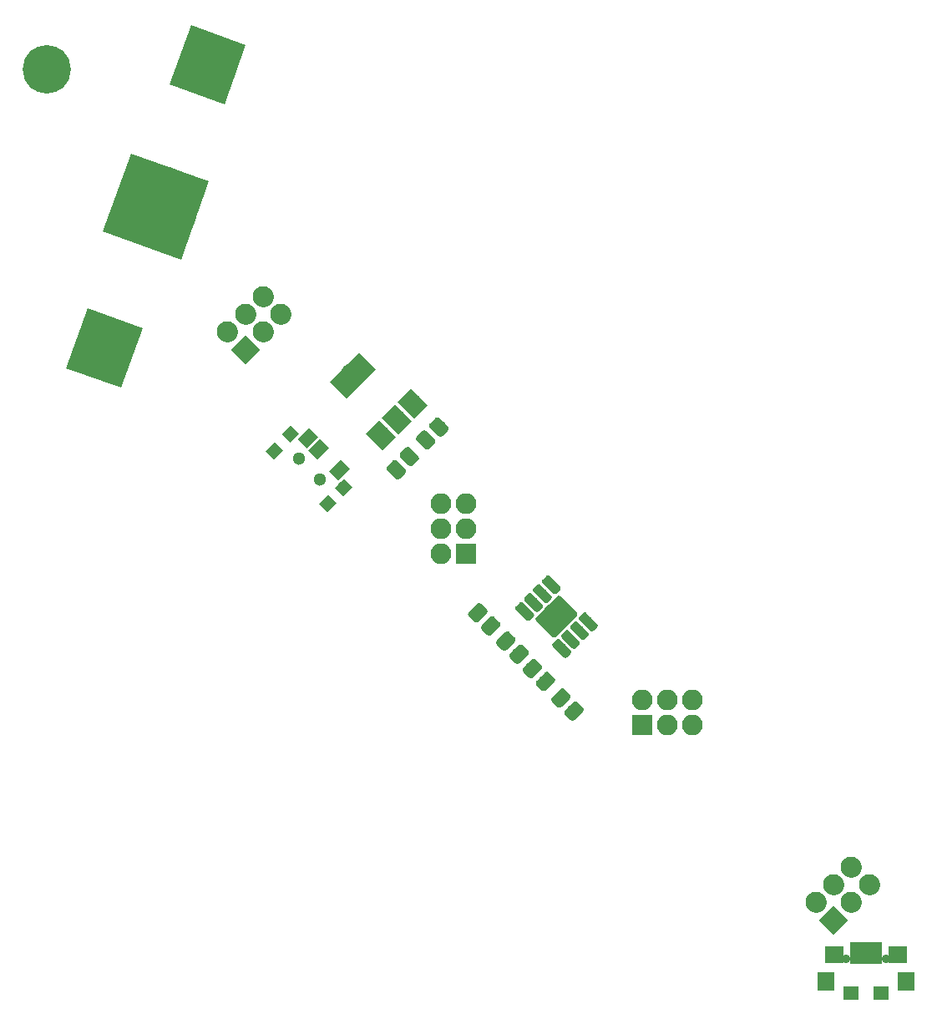
<source format=gbr>
G04 #@! TF.GenerationSoftware,KiCad,Pcbnew,5.1.2*
G04 #@! TF.CreationDate,2019-07-14T12:04:39-05:00*
G04 #@! TF.ProjectId,Wrench,5772656e-6368-42e6-9b69-6361645f7063,rev?*
G04 #@! TF.SameCoordinates,Original*
G04 #@! TF.FileFunction,Soldermask,Bot*
G04 #@! TF.FilePolarity,Negative*
%FSLAX46Y46*%
G04 Gerber Fmt 4.6, Leading zero omitted, Abs format (unit mm)*
G04 Created by KiCad (PCBNEW 5.1.2) date 2019-07-14 12:04:39*
%MOMM*%
%LPD*%
G04 APERTURE LIST*
%ADD10C,4.900000*%
%ADD11C,5.900000*%
%ADD12C,0.100000*%
%ADD13C,8.400000*%
%ADD14C,1.375000*%
%ADD15C,2.100000*%
%ADD16C,2.100000*%
%ADD17R,2.100000X2.100000*%
%ADD18O,2.100000X2.100000*%
%ADD19R,1.500000X1.400000*%
%ADD20R,1.750000X1.900000*%
%ADD21C,0.900000*%
%ADD22R,0.800000X2.200000*%
%ADD23R,1.900000X1.800000*%
%ADD24C,1.200000*%
%ADD25C,1.300000*%
%ADD26C,2.810000*%
%ADD27C,1.000000*%
%ADD28C,2.400000*%
%ADD29C,1.900000*%
G04 APERTURE END LIST*
D10*
X96320000Y-50680000D03*
D11*
X102200000Y-78920000D03*
D12*
G36*
X103877629Y-82935976D02*
G01*
X98333442Y-80918057D01*
X100522371Y-74904024D01*
X106066558Y-76921943D01*
X103877629Y-82935976D01*
X103877629Y-82935976D01*
G37*
D11*
X112665816Y-50165406D03*
D12*
G36*
X114343445Y-54181382D02*
G01*
X108799258Y-52163463D01*
X110988187Y-46149430D01*
X116532374Y-48167349D01*
X114343445Y-54181382D01*
X114343445Y-54181382D01*
G37*
D13*
X107432908Y-64542703D03*
D12*
G36*
X109943132Y-69925897D02*
G01*
X102049714Y-67052927D01*
X104922684Y-59159509D01*
X112816102Y-62032479D01*
X109943132Y-69925897D01*
X109943132Y-69925897D01*
G37*
G36*
X147083953Y-111721509D02*
G01*
X147117322Y-111726459D01*
X147150045Y-111734656D01*
X147181807Y-111746020D01*
X147212303Y-111760444D01*
X147241237Y-111777786D01*
X147268333Y-111797882D01*
X147293328Y-111820536D01*
X147779464Y-112306672D01*
X147802118Y-112331667D01*
X147822214Y-112358763D01*
X147839556Y-112387697D01*
X147853980Y-112418193D01*
X147865344Y-112449955D01*
X147873541Y-112482678D01*
X147878491Y-112516047D01*
X147880146Y-112549740D01*
X147878491Y-112583433D01*
X147873541Y-112616802D01*
X147865344Y-112649525D01*
X147853980Y-112681287D01*
X147839556Y-112711783D01*
X147822214Y-112740717D01*
X147802118Y-112767813D01*
X147779464Y-112792808D01*
X146992808Y-113579464D01*
X146967813Y-113602118D01*
X146940717Y-113622214D01*
X146911783Y-113639556D01*
X146881287Y-113653980D01*
X146849525Y-113665344D01*
X146816802Y-113673541D01*
X146783433Y-113678491D01*
X146749740Y-113680146D01*
X146716047Y-113678491D01*
X146682678Y-113673541D01*
X146649955Y-113665344D01*
X146618193Y-113653980D01*
X146587697Y-113639556D01*
X146558763Y-113622214D01*
X146531667Y-113602118D01*
X146506672Y-113579464D01*
X146020536Y-113093328D01*
X145997882Y-113068333D01*
X145977786Y-113041237D01*
X145960444Y-113012303D01*
X145946020Y-112981807D01*
X145934656Y-112950045D01*
X145926459Y-112917322D01*
X145921509Y-112883953D01*
X145919854Y-112850260D01*
X145921509Y-112816567D01*
X145926459Y-112783198D01*
X145934656Y-112750475D01*
X145946020Y-112718713D01*
X145960444Y-112688217D01*
X145977786Y-112659283D01*
X145997882Y-112632187D01*
X146020536Y-112607192D01*
X146807192Y-111820536D01*
X146832187Y-111797882D01*
X146859283Y-111777786D01*
X146888217Y-111760444D01*
X146918713Y-111746020D01*
X146950475Y-111734656D01*
X146983198Y-111726459D01*
X147016567Y-111721509D01*
X147050260Y-111719854D01*
X147083953Y-111721509D01*
X147083953Y-111721509D01*
G37*
D14*
X146900000Y-112700000D03*
D12*
G36*
X145758127Y-110395683D02*
G01*
X145791496Y-110400633D01*
X145824219Y-110408830D01*
X145855981Y-110420194D01*
X145886477Y-110434618D01*
X145915411Y-110451960D01*
X145942507Y-110472056D01*
X145967502Y-110494710D01*
X146453638Y-110980846D01*
X146476292Y-111005841D01*
X146496388Y-111032937D01*
X146513730Y-111061871D01*
X146528154Y-111092367D01*
X146539518Y-111124129D01*
X146547715Y-111156852D01*
X146552665Y-111190221D01*
X146554320Y-111223914D01*
X146552665Y-111257607D01*
X146547715Y-111290976D01*
X146539518Y-111323699D01*
X146528154Y-111355461D01*
X146513730Y-111385957D01*
X146496388Y-111414891D01*
X146476292Y-111441987D01*
X146453638Y-111466982D01*
X145666982Y-112253638D01*
X145641987Y-112276292D01*
X145614891Y-112296388D01*
X145585957Y-112313730D01*
X145555461Y-112328154D01*
X145523699Y-112339518D01*
X145490976Y-112347715D01*
X145457607Y-112352665D01*
X145423914Y-112354320D01*
X145390221Y-112352665D01*
X145356852Y-112347715D01*
X145324129Y-112339518D01*
X145292367Y-112328154D01*
X145261871Y-112313730D01*
X145232937Y-112296388D01*
X145205841Y-112276292D01*
X145180846Y-112253638D01*
X144694710Y-111767502D01*
X144672056Y-111742507D01*
X144651960Y-111715411D01*
X144634618Y-111686477D01*
X144620194Y-111655981D01*
X144608830Y-111624219D01*
X144600633Y-111591496D01*
X144595683Y-111558127D01*
X144594028Y-111524434D01*
X144595683Y-111490741D01*
X144600633Y-111457372D01*
X144608830Y-111424649D01*
X144620194Y-111392887D01*
X144634618Y-111362391D01*
X144651960Y-111333457D01*
X144672056Y-111306361D01*
X144694710Y-111281366D01*
X145481366Y-110494710D01*
X145506361Y-110472056D01*
X145533457Y-110451960D01*
X145562391Y-110434618D01*
X145592887Y-110420194D01*
X145624649Y-110408830D01*
X145657372Y-110400633D01*
X145690741Y-110395683D01*
X145724434Y-110394028D01*
X145758127Y-110395683D01*
X145758127Y-110395683D01*
G37*
D14*
X145574174Y-111374174D03*
D12*
G36*
X131657607Y-90247335D02*
G01*
X131690976Y-90252285D01*
X131723699Y-90260482D01*
X131755461Y-90271846D01*
X131785957Y-90286270D01*
X131814891Y-90303612D01*
X131841987Y-90323708D01*
X131866982Y-90346362D01*
X132653638Y-91133018D01*
X132676292Y-91158013D01*
X132696388Y-91185109D01*
X132713730Y-91214043D01*
X132728154Y-91244539D01*
X132739518Y-91276301D01*
X132747715Y-91309024D01*
X132752665Y-91342393D01*
X132754320Y-91376086D01*
X132752665Y-91409779D01*
X132747715Y-91443148D01*
X132739518Y-91475871D01*
X132728154Y-91507633D01*
X132713730Y-91538129D01*
X132696388Y-91567063D01*
X132676292Y-91594159D01*
X132653638Y-91619154D01*
X132167502Y-92105290D01*
X132142507Y-92127944D01*
X132115411Y-92148040D01*
X132086477Y-92165382D01*
X132055981Y-92179806D01*
X132024219Y-92191170D01*
X131991496Y-92199367D01*
X131958127Y-92204317D01*
X131924434Y-92205972D01*
X131890741Y-92204317D01*
X131857372Y-92199367D01*
X131824649Y-92191170D01*
X131792887Y-92179806D01*
X131762391Y-92165382D01*
X131733457Y-92148040D01*
X131706361Y-92127944D01*
X131681366Y-92105290D01*
X130894710Y-91318634D01*
X130872056Y-91293639D01*
X130851960Y-91266543D01*
X130834618Y-91237609D01*
X130820194Y-91207113D01*
X130808830Y-91175351D01*
X130800633Y-91142628D01*
X130795683Y-91109259D01*
X130794028Y-91075566D01*
X130795683Y-91041873D01*
X130800633Y-91008504D01*
X130808830Y-90975781D01*
X130820194Y-90944019D01*
X130834618Y-90913523D01*
X130851960Y-90884589D01*
X130872056Y-90857493D01*
X130894710Y-90832498D01*
X131380846Y-90346362D01*
X131405841Y-90323708D01*
X131432937Y-90303612D01*
X131461871Y-90286270D01*
X131492367Y-90271846D01*
X131524129Y-90260482D01*
X131556852Y-90252285D01*
X131590221Y-90247335D01*
X131623914Y-90245680D01*
X131657607Y-90247335D01*
X131657607Y-90247335D01*
G37*
D14*
X131774174Y-91225826D03*
D12*
G36*
X132983433Y-88921509D02*
G01*
X133016802Y-88926459D01*
X133049525Y-88934656D01*
X133081287Y-88946020D01*
X133111783Y-88960444D01*
X133140717Y-88977786D01*
X133167813Y-88997882D01*
X133192808Y-89020536D01*
X133979464Y-89807192D01*
X134002118Y-89832187D01*
X134022214Y-89859283D01*
X134039556Y-89888217D01*
X134053980Y-89918713D01*
X134065344Y-89950475D01*
X134073541Y-89983198D01*
X134078491Y-90016567D01*
X134080146Y-90050260D01*
X134078491Y-90083953D01*
X134073541Y-90117322D01*
X134065344Y-90150045D01*
X134053980Y-90181807D01*
X134039556Y-90212303D01*
X134022214Y-90241237D01*
X134002118Y-90268333D01*
X133979464Y-90293328D01*
X133493328Y-90779464D01*
X133468333Y-90802118D01*
X133441237Y-90822214D01*
X133412303Y-90839556D01*
X133381807Y-90853980D01*
X133350045Y-90865344D01*
X133317322Y-90873541D01*
X133283953Y-90878491D01*
X133250260Y-90880146D01*
X133216567Y-90878491D01*
X133183198Y-90873541D01*
X133150475Y-90865344D01*
X133118713Y-90853980D01*
X133088217Y-90839556D01*
X133059283Y-90822214D01*
X133032187Y-90802118D01*
X133007192Y-90779464D01*
X132220536Y-89992808D01*
X132197882Y-89967813D01*
X132177786Y-89940717D01*
X132160444Y-89911783D01*
X132146020Y-89881287D01*
X132134656Y-89849525D01*
X132126459Y-89816802D01*
X132121509Y-89783433D01*
X132119854Y-89749740D01*
X132121509Y-89716047D01*
X132126459Y-89682678D01*
X132134656Y-89649955D01*
X132146020Y-89618193D01*
X132160444Y-89587697D01*
X132177786Y-89558763D01*
X132197882Y-89531667D01*
X132220536Y-89506672D01*
X132706672Y-89020536D01*
X132731667Y-88997882D01*
X132758763Y-88977786D01*
X132787697Y-88960444D01*
X132818193Y-88946020D01*
X132849955Y-88934656D01*
X132882678Y-88926459D01*
X132916047Y-88921509D01*
X132949740Y-88919854D01*
X132983433Y-88921509D01*
X132983433Y-88921509D01*
G37*
D14*
X133100000Y-89900000D03*
D12*
G36*
X140221040Y-104758596D02*
G01*
X140254409Y-104763546D01*
X140287132Y-104771743D01*
X140318894Y-104783107D01*
X140349390Y-104797531D01*
X140378324Y-104814873D01*
X140405420Y-104834969D01*
X140430415Y-104857623D01*
X140916551Y-105343759D01*
X140939205Y-105368754D01*
X140959301Y-105395850D01*
X140976643Y-105424784D01*
X140991067Y-105455280D01*
X141002431Y-105487042D01*
X141010628Y-105519765D01*
X141015578Y-105553134D01*
X141017233Y-105586827D01*
X141015578Y-105620520D01*
X141010628Y-105653889D01*
X141002431Y-105686612D01*
X140991067Y-105718374D01*
X140976643Y-105748870D01*
X140959301Y-105777804D01*
X140939205Y-105804900D01*
X140916551Y-105829895D01*
X140129895Y-106616551D01*
X140104900Y-106639205D01*
X140077804Y-106659301D01*
X140048870Y-106676643D01*
X140018374Y-106691067D01*
X139986612Y-106702431D01*
X139953889Y-106710628D01*
X139920520Y-106715578D01*
X139886827Y-106717233D01*
X139853134Y-106715578D01*
X139819765Y-106710628D01*
X139787042Y-106702431D01*
X139755280Y-106691067D01*
X139724784Y-106676643D01*
X139695850Y-106659301D01*
X139668754Y-106639205D01*
X139643759Y-106616551D01*
X139157623Y-106130415D01*
X139134969Y-106105420D01*
X139114873Y-106078324D01*
X139097531Y-106049390D01*
X139083107Y-106018894D01*
X139071743Y-105987132D01*
X139063546Y-105954409D01*
X139058596Y-105921040D01*
X139056941Y-105887347D01*
X139058596Y-105853654D01*
X139063546Y-105820285D01*
X139071743Y-105787562D01*
X139083107Y-105755800D01*
X139097531Y-105725304D01*
X139114873Y-105696370D01*
X139134969Y-105669274D01*
X139157623Y-105644279D01*
X139944279Y-104857623D01*
X139969274Y-104834969D01*
X139996370Y-104814873D01*
X140025304Y-104797531D01*
X140055800Y-104783107D01*
X140087562Y-104771743D01*
X140120285Y-104763546D01*
X140153654Y-104758596D01*
X140187347Y-104756941D01*
X140221040Y-104758596D01*
X140221040Y-104758596D01*
G37*
D14*
X140037087Y-105737087D03*
D12*
G36*
X141546866Y-106084422D02*
G01*
X141580235Y-106089372D01*
X141612958Y-106097569D01*
X141644720Y-106108933D01*
X141675216Y-106123357D01*
X141704150Y-106140699D01*
X141731246Y-106160795D01*
X141756241Y-106183449D01*
X142242377Y-106669585D01*
X142265031Y-106694580D01*
X142285127Y-106721676D01*
X142302469Y-106750610D01*
X142316893Y-106781106D01*
X142328257Y-106812868D01*
X142336454Y-106845591D01*
X142341404Y-106878960D01*
X142343059Y-106912653D01*
X142341404Y-106946346D01*
X142336454Y-106979715D01*
X142328257Y-107012438D01*
X142316893Y-107044200D01*
X142302469Y-107074696D01*
X142285127Y-107103630D01*
X142265031Y-107130726D01*
X142242377Y-107155721D01*
X141455721Y-107942377D01*
X141430726Y-107965031D01*
X141403630Y-107985127D01*
X141374696Y-108002469D01*
X141344200Y-108016893D01*
X141312438Y-108028257D01*
X141279715Y-108036454D01*
X141246346Y-108041404D01*
X141212653Y-108043059D01*
X141178960Y-108041404D01*
X141145591Y-108036454D01*
X141112868Y-108028257D01*
X141081106Y-108016893D01*
X141050610Y-108002469D01*
X141021676Y-107985127D01*
X140994580Y-107965031D01*
X140969585Y-107942377D01*
X140483449Y-107456241D01*
X140460795Y-107431246D01*
X140440699Y-107404150D01*
X140423357Y-107375216D01*
X140408933Y-107344720D01*
X140397569Y-107312958D01*
X140389372Y-107280235D01*
X140384422Y-107246866D01*
X140382767Y-107213173D01*
X140384422Y-107179480D01*
X140389372Y-107146111D01*
X140397569Y-107113388D01*
X140408933Y-107081626D01*
X140423357Y-107051130D01*
X140440699Y-107022196D01*
X140460795Y-106995100D01*
X140483449Y-106970105D01*
X141270105Y-106183449D01*
X141295100Y-106160795D01*
X141322196Y-106140699D01*
X141351130Y-106123357D01*
X141381626Y-106108933D01*
X141413388Y-106097569D01*
X141446111Y-106089372D01*
X141479480Y-106084422D01*
X141513173Y-106082767D01*
X141546866Y-106084422D01*
X141546866Y-106084422D01*
G37*
D14*
X141362913Y-107062913D03*
D12*
G36*
X135983433Y-85921509D02*
G01*
X136016802Y-85926459D01*
X136049525Y-85934656D01*
X136081287Y-85946020D01*
X136111783Y-85960444D01*
X136140717Y-85977786D01*
X136167813Y-85997882D01*
X136192808Y-86020536D01*
X136979464Y-86807192D01*
X137002118Y-86832187D01*
X137022214Y-86859283D01*
X137039556Y-86888217D01*
X137053980Y-86918713D01*
X137065344Y-86950475D01*
X137073541Y-86983198D01*
X137078491Y-87016567D01*
X137080146Y-87050260D01*
X137078491Y-87083953D01*
X137073541Y-87117322D01*
X137065344Y-87150045D01*
X137053980Y-87181807D01*
X137039556Y-87212303D01*
X137022214Y-87241237D01*
X137002118Y-87268333D01*
X136979464Y-87293328D01*
X136493328Y-87779464D01*
X136468333Y-87802118D01*
X136441237Y-87822214D01*
X136412303Y-87839556D01*
X136381807Y-87853980D01*
X136350045Y-87865344D01*
X136317322Y-87873541D01*
X136283953Y-87878491D01*
X136250260Y-87880146D01*
X136216567Y-87878491D01*
X136183198Y-87873541D01*
X136150475Y-87865344D01*
X136118713Y-87853980D01*
X136088217Y-87839556D01*
X136059283Y-87822214D01*
X136032187Y-87802118D01*
X136007192Y-87779464D01*
X135220536Y-86992808D01*
X135197882Y-86967813D01*
X135177786Y-86940717D01*
X135160444Y-86911783D01*
X135146020Y-86881287D01*
X135134656Y-86849525D01*
X135126459Y-86816802D01*
X135121509Y-86783433D01*
X135119854Y-86749740D01*
X135121509Y-86716047D01*
X135126459Y-86682678D01*
X135134656Y-86649955D01*
X135146020Y-86618193D01*
X135160444Y-86587697D01*
X135177786Y-86558763D01*
X135197882Y-86531667D01*
X135220536Y-86506672D01*
X135706672Y-86020536D01*
X135731667Y-85997882D01*
X135758763Y-85977786D01*
X135787697Y-85960444D01*
X135818193Y-85946020D01*
X135849955Y-85934656D01*
X135882678Y-85926459D01*
X135916047Y-85921509D01*
X135949740Y-85919854D01*
X135983433Y-85921509D01*
X135983433Y-85921509D01*
G37*
D14*
X136100000Y-86900000D03*
D12*
G36*
X134657607Y-87247335D02*
G01*
X134690976Y-87252285D01*
X134723699Y-87260482D01*
X134755461Y-87271846D01*
X134785957Y-87286270D01*
X134814891Y-87303612D01*
X134841987Y-87323708D01*
X134866982Y-87346362D01*
X135653638Y-88133018D01*
X135676292Y-88158013D01*
X135696388Y-88185109D01*
X135713730Y-88214043D01*
X135728154Y-88244539D01*
X135739518Y-88276301D01*
X135747715Y-88309024D01*
X135752665Y-88342393D01*
X135754320Y-88376086D01*
X135752665Y-88409779D01*
X135747715Y-88443148D01*
X135739518Y-88475871D01*
X135728154Y-88507633D01*
X135713730Y-88538129D01*
X135696388Y-88567063D01*
X135676292Y-88594159D01*
X135653638Y-88619154D01*
X135167502Y-89105290D01*
X135142507Y-89127944D01*
X135115411Y-89148040D01*
X135086477Y-89165382D01*
X135055981Y-89179806D01*
X135024219Y-89191170D01*
X134991496Y-89199367D01*
X134958127Y-89204317D01*
X134924434Y-89205972D01*
X134890741Y-89204317D01*
X134857372Y-89199367D01*
X134824649Y-89191170D01*
X134792887Y-89179806D01*
X134762391Y-89165382D01*
X134733457Y-89148040D01*
X134706361Y-89127944D01*
X134681366Y-89105290D01*
X133894710Y-88318634D01*
X133872056Y-88293639D01*
X133851960Y-88266543D01*
X133834618Y-88237609D01*
X133820194Y-88207113D01*
X133808830Y-88175351D01*
X133800633Y-88142628D01*
X133795683Y-88109259D01*
X133794028Y-88075566D01*
X133795683Y-88041873D01*
X133800633Y-88008504D01*
X133808830Y-87975781D01*
X133820194Y-87944019D01*
X133834618Y-87913523D01*
X133851960Y-87884589D01*
X133872056Y-87857493D01*
X133894710Y-87832498D01*
X134380846Y-87346362D01*
X134405841Y-87323708D01*
X134432937Y-87303612D01*
X134461871Y-87286270D01*
X134492367Y-87271846D01*
X134524129Y-87260482D01*
X134556852Y-87252285D01*
X134590221Y-87247335D01*
X134623914Y-87245680D01*
X134657607Y-87247335D01*
X134657607Y-87247335D01*
G37*
D14*
X134774174Y-88225826D03*
D15*
X177920000Y-131507897D03*
D16*
X177920000Y-131507897D02*
X177920000Y-131507897D01*
D15*
X179716051Y-133303949D03*
D16*
X179716051Y-133303949D02*
X179716051Y-133303949D01*
D15*
X176123949Y-133303949D03*
D16*
X176123949Y-133303949D02*
X176123949Y-133303949D01*
D15*
X177920000Y-135100000D03*
D16*
X177920000Y-135100000D02*
X177920000Y-135100000D01*
D15*
X174327898Y-135100000D03*
D16*
X174327898Y-135100000D02*
X174327898Y-135100000D01*
D15*
X176123949Y-136896051D03*
D12*
G36*
X177608873Y-136896051D02*
G01*
X176123949Y-138380975D01*
X174639025Y-136896051D01*
X176123949Y-135411127D01*
X177608873Y-136896051D01*
X177608873Y-136896051D01*
G37*
D17*
X138890000Y-99726051D03*
D18*
X136350000Y-99726051D03*
X138890000Y-97186051D03*
X136350000Y-97186051D03*
X138890000Y-94646051D03*
X136350000Y-94646051D03*
D15*
X116470000Y-79062102D03*
D12*
G36*
X117954924Y-79062102D02*
G01*
X116470000Y-80547026D01*
X114985076Y-79062102D01*
X116470000Y-77577178D01*
X117954924Y-79062102D01*
X117954924Y-79062102D01*
G37*
D15*
X114673949Y-77266051D03*
D16*
X114673949Y-77266051D02*
X114673949Y-77266051D01*
D15*
X118266051Y-77266051D03*
D16*
X118266051Y-77266051D02*
X118266051Y-77266051D01*
D15*
X116470000Y-75470000D03*
D16*
X116470000Y-75470000D02*
X116470000Y-75470000D01*
D15*
X120062102Y-75470000D03*
D16*
X120062102Y-75470000D02*
X120062102Y-75470000D01*
D15*
X118266051Y-73673948D03*
D16*
X118266051Y-73673948D02*
X118266051Y-73673948D01*
D18*
X161790000Y-114600000D03*
X161790000Y-117140000D03*
X159250000Y-114600000D03*
X159250000Y-117140000D03*
X156710000Y-114600000D03*
D17*
X156710000Y-117140000D03*
D19*
X177900000Y-144250000D03*
X180900000Y-144250000D03*
D20*
X175325000Y-143070000D03*
X183475000Y-143070000D03*
D21*
X177400000Y-140850000D03*
X181400000Y-140850000D03*
D22*
X178100000Y-140200000D03*
X180700000Y-140200000D03*
X178750000Y-140200000D03*
X180050000Y-140200000D03*
X179400000Y-140200000D03*
D23*
X176150000Y-140400000D03*
X182650000Y-140400000D03*
D12*
G36*
X148658127Y-113395683D02*
G01*
X148691496Y-113400633D01*
X148724219Y-113408830D01*
X148755981Y-113420194D01*
X148786477Y-113434618D01*
X148815411Y-113451960D01*
X148842507Y-113472056D01*
X148867502Y-113494710D01*
X149353638Y-113980846D01*
X149376292Y-114005841D01*
X149396388Y-114032937D01*
X149413730Y-114061871D01*
X149428154Y-114092367D01*
X149439518Y-114124129D01*
X149447715Y-114156852D01*
X149452665Y-114190221D01*
X149454320Y-114223914D01*
X149452665Y-114257607D01*
X149447715Y-114290976D01*
X149439518Y-114323699D01*
X149428154Y-114355461D01*
X149413730Y-114385957D01*
X149396388Y-114414891D01*
X149376292Y-114441987D01*
X149353638Y-114466982D01*
X148566982Y-115253638D01*
X148541987Y-115276292D01*
X148514891Y-115296388D01*
X148485957Y-115313730D01*
X148455461Y-115328154D01*
X148423699Y-115339518D01*
X148390976Y-115347715D01*
X148357607Y-115352665D01*
X148323914Y-115354320D01*
X148290221Y-115352665D01*
X148256852Y-115347715D01*
X148224129Y-115339518D01*
X148192367Y-115328154D01*
X148161871Y-115313730D01*
X148132937Y-115296388D01*
X148105841Y-115276292D01*
X148080846Y-115253638D01*
X147594710Y-114767502D01*
X147572056Y-114742507D01*
X147551960Y-114715411D01*
X147534618Y-114686477D01*
X147520194Y-114655981D01*
X147508830Y-114624219D01*
X147500633Y-114591496D01*
X147495683Y-114558127D01*
X147494028Y-114524434D01*
X147495683Y-114490741D01*
X147500633Y-114457372D01*
X147508830Y-114424649D01*
X147520194Y-114392887D01*
X147534618Y-114362391D01*
X147551960Y-114333457D01*
X147572056Y-114306361D01*
X147594710Y-114281366D01*
X148381366Y-113494710D01*
X148406361Y-113472056D01*
X148433457Y-113451960D01*
X148462391Y-113434618D01*
X148492887Y-113420194D01*
X148524649Y-113408830D01*
X148557372Y-113400633D01*
X148590741Y-113395683D01*
X148624434Y-113394028D01*
X148658127Y-113395683D01*
X148658127Y-113395683D01*
G37*
D14*
X148474174Y-114374174D03*
D12*
G36*
X149983953Y-114721509D02*
G01*
X150017322Y-114726459D01*
X150050045Y-114734656D01*
X150081807Y-114746020D01*
X150112303Y-114760444D01*
X150141237Y-114777786D01*
X150168333Y-114797882D01*
X150193328Y-114820536D01*
X150679464Y-115306672D01*
X150702118Y-115331667D01*
X150722214Y-115358763D01*
X150739556Y-115387697D01*
X150753980Y-115418193D01*
X150765344Y-115449955D01*
X150773541Y-115482678D01*
X150778491Y-115516047D01*
X150780146Y-115549740D01*
X150778491Y-115583433D01*
X150773541Y-115616802D01*
X150765344Y-115649525D01*
X150753980Y-115681287D01*
X150739556Y-115711783D01*
X150722214Y-115740717D01*
X150702118Y-115767813D01*
X150679464Y-115792808D01*
X149892808Y-116579464D01*
X149867813Y-116602118D01*
X149840717Y-116622214D01*
X149811783Y-116639556D01*
X149781287Y-116653980D01*
X149749525Y-116665344D01*
X149716802Y-116673541D01*
X149683433Y-116678491D01*
X149649740Y-116680146D01*
X149616047Y-116678491D01*
X149582678Y-116673541D01*
X149549955Y-116665344D01*
X149518193Y-116653980D01*
X149487697Y-116639556D01*
X149458763Y-116622214D01*
X149431667Y-116602118D01*
X149406672Y-116579464D01*
X148920536Y-116093328D01*
X148897882Y-116068333D01*
X148877786Y-116041237D01*
X148860444Y-116012303D01*
X148846020Y-115981807D01*
X148834656Y-115950045D01*
X148826459Y-115917322D01*
X148821509Y-115883953D01*
X148819854Y-115850260D01*
X148821509Y-115816567D01*
X148826459Y-115783198D01*
X148834656Y-115750475D01*
X148846020Y-115718713D01*
X148860444Y-115688217D01*
X148877786Y-115659283D01*
X148897882Y-115632187D01*
X148920536Y-115607192D01*
X149707192Y-114820536D01*
X149732187Y-114797882D01*
X149759283Y-114777786D01*
X149788217Y-114760444D01*
X149818713Y-114746020D01*
X149850475Y-114734656D01*
X149883198Y-114726459D01*
X149916567Y-114721509D01*
X149950260Y-114719854D01*
X149983953Y-114721509D01*
X149983953Y-114721509D01*
G37*
D14*
X149800000Y-115700000D03*
D12*
G36*
X144409779Y-108947335D02*
G01*
X144443148Y-108952285D01*
X144475871Y-108960482D01*
X144507633Y-108971846D01*
X144538129Y-108986270D01*
X144567063Y-109003612D01*
X144594159Y-109023708D01*
X144619154Y-109046362D01*
X145105290Y-109532498D01*
X145127944Y-109557493D01*
X145148040Y-109584589D01*
X145165382Y-109613523D01*
X145179806Y-109644019D01*
X145191170Y-109675781D01*
X145199367Y-109708504D01*
X145204317Y-109741873D01*
X145205972Y-109775566D01*
X145204317Y-109809259D01*
X145199367Y-109842628D01*
X145191170Y-109875351D01*
X145179806Y-109907113D01*
X145165382Y-109937609D01*
X145148040Y-109966543D01*
X145127944Y-109993639D01*
X145105290Y-110018634D01*
X144318634Y-110805290D01*
X144293639Y-110827944D01*
X144266543Y-110848040D01*
X144237609Y-110865382D01*
X144207113Y-110879806D01*
X144175351Y-110891170D01*
X144142628Y-110899367D01*
X144109259Y-110904317D01*
X144075566Y-110905972D01*
X144041873Y-110904317D01*
X144008504Y-110899367D01*
X143975781Y-110891170D01*
X143944019Y-110879806D01*
X143913523Y-110865382D01*
X143884589Y-110848040D01*
X143857493Y-110827944D01*
X143832498Y-110805290D01*
X143346362Y-110319154D01*
X143323708Y-110294159D01*
X143303612Y-110267063D01*
X143286270Y-110238129D01*
X143271846Y-110207633D01*
X143260482Y-110175871D01*
X143252285Y-110143148D01*
X143247335Y-110109779D01*
X143245680Y-110076086D01*
X143247335Y-110042393D01*
X143252285Y-110009024D01*
X143260482Y-109976301D01*
X143271846Y-109944539D01*
X143286270Y-109914043D01*
X143303612Y-109885109D01*
X143323708Y-109858013D01*
X143346362Y-109833018D01*
X144133018Y-109046362D01*
X144158013Y-109023708D01*
X144185109Y-109003612D01*
X144214043Y-108986270D01*
X144244539Y-108971846D01*
X144276301Y-108960482D01*
X144309024Y-108952285D01*
X144342393Y-108947335D01*
X144376086Y-108945680D01*
X144409779Y-108947335D01*
X144409779Y-108947335D01*
G37*
D14*
X144225826Y-109925826D03*
D12*
G36*
X143083953Y-107621509D02*
G01*
X143117322Y-107626459D01*
X143150045Y-107634656D01*
X143181807Y-107646020D01*
X143212303Y-107660444D01*
X143241237Y-107677786D01*
X143268333Y-107697882D01*
X143293328Y-107720536D01*
X143779464Y-108206672D01*
X143802118Y-108231667D01*
X143822214Y-108258763D01*
X143839556Y-108287697D01*
X143853980Y-108318193D01*
X143865344Y-108349955D01*
X143873541Y-108382678D01*
X143878491Y-108416047D01*
X143880146Y-108449740D01*
X143878491Y-108483433D01*
X143873541Y-108516802D01*
X143865344Y-108549525D01*
X143853980Y-108581287D01*
X143839556Y-108611783D01*
X143822214Y-108640717D01*
X143802118Y-108667813D01*
X143779464Y-108692808D01*
X142992808Y-109479464D01*
X142967813Y-109502118D01*
X142940717Y-109522214D01*
X142911783Y-109539556D01*
X142881287Y-109553980D01*
X142849525Y-109565344D01*
X142816802Y-109573541D01*
X142783433Y-109578491D01*
X142749740Y-109580146D01*
X142716047Y-109578491D01*
X142682678Y-109573541D01*
X142649955Y-109565344D01*
X142618193Y-109553980D01*
X142587697Y-109539556D01*
X142558763Y-109522214D01*
X142531667Y-109502118D01*
X142506672Y-109479464D01*
X142020536Y-108993328D01*
X141997882Y-108968333D01*
X141977786Y-108941237D01*
X141960444Y-108912303D01*
X141946020Y-108881807D01*
X141934656Y-108850045D01*
X141926459Y-108817322D01*
X141921509Y-108783953D01*
X141919854Y-108750260D01*
X141921509Y-108716567D01*
X141926459Y-108683198D01*
X141934656Y-108650475D01*
X141946020Y-108618713D01*
X141960444Y-108588217D01*
X141977786Y-108559283D01*
X141997882Y-108532187D01*
X142020536Y-108507192D01*
X142807192Y-107720536D01*
X142832187Y-107697882D01*
X142859283Y-107677786D01*
X142888217Y-107660444D01*
X142918713Y-107646020D01*
X142950475Y-107634656D01*
X142983198Y-107626459D01*
X143016567Y-107621509D01*
X143050260Y-107619854D01*
X143083953Y-107621509D01*
X143083953Y-107621509D01*
G37*
D14*
X142900000Y-108600000D03*
D24*
X119439161Y-89265507D03*
D12*
G36*
X118555278Y-89300862D02*
G01*
X119474516Y-88381624D01*
X120323044Y-89230152D01*
X119403806Y-90149390D01*
X118555278Y-89300862D01*
X118555278Y-89300862D01*
G37*
D24*
X124813173Y-94639519D03*
D12*
G36*
X123929290Y-94674874D02*
G01*
X124848528Y-93755636D01*
X125697056Y-94604164D01*
X124777818Y-95523402D01*
X123929290Y-94674874D01*
X123929290Y-94674874D01*
G37*
D24*
X126446590Y-93020244D03*
D12*
G36*
X125562707Y-93055599D02*
G01*
X126481945Y-92136361D01*
X127330473Y-92984889D01*
X126411235Y-93904127D01*
X125562707Y-93055599D01*
X125562707Y-93055599D01*
G37*
D24*
X121065507Y-87639161D03*
D12*
G36*
X120181624Y-87674516D02*
G01*
X121100862Y-86755278D01*
X121949390Y-87603806D01*
X121030152Y-88523044D01*
X120181624Y-87674516D01*
X120181624Y-87674516D01*
G37*
D25*
X122850952Y-88045748D03*
D12*
G36*
X121807969Y-88169492D02*
G01*
X122974696Y-87002765D01*
X123893935Y-87922004D01*
X122727208Y-89088731D01*
X121807969Y-88169492D01*
X121807969Y-88169492D01*
G37*
D25*
X123911612Y-89106408D03*
D12*
G36*
X122868629Y-89230152D02*
G01*
X124035356Y-88063425D01*
X124954595Y-88982664D01*
X123787868Y-90149391D01*
X122868629Y-89230152D01*
X122868629Y-89230152D01*
G37*
D25*
X126032932Y-91227728D03*
D12*
G36*
X124989949Y-91351472D02*
G01*
X126156676Y-90184745D01*
X127075915Y-91103984D01*
X125909188Y-92270711D01*
X124989949Y-91351472D01*
X124989949Y-91351472D01*
G37*
D25*
X124000000Y-92200000D03*
X121878680Y-90078680D03*
D12*
G36*
X148297343Y-104014068D02*
G01*
X148325639Y-104018265D01*
X148353388Y-104025216D01*
X148380321Y-104034853D01*
X148406180Y-104047083D01*
X148430716Y-104061789D01*
X148453693Y-104078830D01*
X148474888Y-104098040D01*
X150049626Y-105672778D01*
X150068836Y-105693973D01*
X150085877Y-105716950D01*
X150100583Y-105741486D01*
X150112813Y-105767345D01*
X150122450Y-105794278D01*
X150129401Y-105822027D01*
X150133598Y-105850323D01*
X150135002Y-105878894D01*
X150133598Y-105907465D01*
X150129401Y-105935761D01*
X150122450Y-105963510D01*
X150112813Y-105990443D01*
X150100583Y-106016302D01*
X150085877Y-106040838D01*
X150068836Y-106063815D01*
X150049626Y-106085010D01*
X147986984Y-108147652D01*
X147965789Y-108166862D01*
X147942812Y-108183903D01*
X147918276Y-108198609D01*
X147892417Y-108210839D01*
X147865484Y-108220476D01*
X147837735Y-108227427D01*
X147809439Y-108231624D01*
X147780868Y-108233028D01*
X147752297Y-108231624D01*
X147724001Y-108227427D01*
X147696252Y-108220476D01*
X147669319Y-108210839D01*
X147643460Y-108198609D01*
X147618924Y-108183903D01*
X147595947Y-108166862D01*
X147574752Y-108147652D01*
X146000014Y-106572914D01*
X145980804Y-106551719D01*
X145963763Y-106528742D01*
X145949057Y-106504206D01*
X145936827Y-106478347D01*
X145927190Y-106451414D01*
X145920239Y-106423665D01*
X145916042Y-106395369D01*
X145914638Y-106366798D01*
X145916042Y-106338227D01*
X145920239Y-106309931D01*
X145927190Y-106282182D01*
X145936827Y-106255249D01*
X145949057Y-106229390D01*
X145963763Y-106204854D01*
X145980804Y-106181877D01*
X146000014Y-106160682D01*
X148062656Y-104098040D01*
X148083851Y-104078830D01*
X148106828Y-104061789D01*
X148131364Y-104047083D01*
X148157223Y-104034853D01*
X148184156Y-104025216D01*
X148211905Y-104018265D01*
X148240201Y-104014068D01*
X148268772Y-104012664D01*
X148297343Y-104014068D01*
X148297343Y-104014068D01*
G37*
D26*
X148024820Y-106122846D03*
D12*
G36*
X150916642Y-105693738D02*
G01*
X150940911Y-105697338D01*
X150964709Y-105703299D01*
X150987809Y-105711564D01*
X151009987Y-105722054D01*
X151031031Y-105734667D01*
X151050736Y-105749281D01*
X151068915Y-105765757D01*
X152129575Y-106826417D01*
X152146051Y-106844596D01*
X152160665Y-106864301D01*
X152173278Y-106885345D01*
X152183768Y-106907523D01*
X152192033Y-106930623D01*
X152197994Y-106954421D01*
X152201594Y-106978690D01*
X152202798Y-107003194D01*
X152201594Y-107027698D01*
X152197994Y-107051967D01*
X152192033Y-107075765D01*
X152183768Y-107098865D01*
X152173278Y-107121043D01*
X152160665Y-107142087D01*
X152146051Y-107161792D01*
X152129575Y-107179971D01*
X151776021Y-107533525D01*
X151757842Y-107550001D01*
X151738137Y-107564615D01*
X151717093Y-107577228D01*
X151694915Y-107587718D01*
X151671815Y-107595983D01*
X151648017Y-107601944D01*
X151623748Y-107605544D01*
X151599244Y-107606748D01*
X151574740Y-107605544D01*
X151550471Y-107601944D01*
X151526673Y-107595983D01*
X151503573Y-107587718D01*
X151481395Y-107577228D01*
X151460351Y-107564615D01*
X151440646Y-107550001D01*
X151422467Y-107533525D01*
X150361807Y-106472865D01*
X150345331Y-106454686D01*
X150330717Y-106434981D01*
X150318104Y-106413937D01*
X150307614Y-106391759D01*
X150299349Y-106368659D01*
X150293388Y-106344861D01*
X150289788Y-106320592D01*
X150288584Y-106296088D01*
X150289788Y-106271584D01*
X150293388Y-106247315D01*
X150299349Y-106223517D01*
X150307614Y-106200417D01*
X150318104Y-106178239D01*
X150330717Y-106157195D01*
X150345331Y-106137490D01*
X150361807Y-106119311D01*
X150715361Y-105765757D01*
X150733540Y-105749281D01*
X150753245Y-105734667D01*
X150774289Y-105722054D01*
X150796467Y-105711564D01*
X150819567Y-105703299D01*
X150843365Y-105697338D01*
X150867634Y-105693738D01*
X150892138Y-105692534D01*
X150916642Y-105693738D01*
X150916642Y-105693738D01*
G37*
D27*
X151245691Y-106649641D03*
D12*
G36*
X150018617Y-106591763D02*
G01*
X150042886Y-106595363D01*
X150066684Y-106601324D01*
X150089784Y-106609589D01*
X150111962Y-106620079D01*
X150133006Y-106632692D01*
X150152711Y-106647306D01*
X150170890Y-106663782D01*
X151231550Y-107724442D01*
X151248026Y-107742621D01*
X151262640Y-107762326D01*
X151275253Y-107783370D01*
X151285743Y-107805548D01*
X151294008Y-107828648D01*
X151299969Y-107852446D01*
X151303569Y-107876715D01*
X151304773Y-107901219D01*
X151303569Y-107925723D01*
X151299969Y-107949992D01*
X151294008Y-107973790D01*
X151285743Y-107996890D01*
X151275253Y-108019068D01*
X151262640Y-108040112D01*
X151248026Y-108059817D01*
X151231550Y-108077996D01*
X150877996Y-108431550D01*
X150859817Y-108448026D01*
X150840112Y-108462640D01*
X150819068Y-108475253D01*
X150796890Y-108485743D01*
X150773790Y-108494008D01*
X150749992Y-108499969D01*
X150725723Y-108503569D01*
X150701219Y-108504773D01*
X150676715Y-108503569D01*
X150652446Y-108499969D01*
X150628648Y-108494008D01*
X150605548Y-108485743D01*
X150583370Y-108475253D01*
X150562326Y-108462640D01*
X150542621Y-108448026D01*
X150524442Y-108431550D01*
X149463782Y-107370890D01*
X149447306Y-107352711D01*
X149432692Y-107333006D01*
X149420079Y-107311962D01*
X149409589Y-107289784D01*
X149401324Y-107266684D01*
X149395363Y-107242886D01*
X149391763Y-107218617D01*
X149390559Y-107194113D01*
X149391763Y-107169609D01*
X149395363Y-107145340D01*
X149401324Y-107121542D01*
X149409589Y-107098442D01*
X149420079Y-107076264D01*
X149432692Y-107055220D01*
X149447306Y-107035515D01*
X149463782Y-107017336D01*
X149817336Y-106663782D01*
X149835515Y-106647306D01*
X149855220Y-106632692D01*
X149876264Y-106620079D01*
X149898442Y-106609589D01*
X149921542Y-106601324D01*
X149945340Y-106595363D01*
X149969609Y-106591763D01*
X149994113Y-106590559D01*
X150018617Y-106591763D01*
X150018617Y-106591763D01*
G37*
D27*
X150347666Y-107547666D03*
D12*
G36*
X149120591Y-107489789D02*
G01*
X149144860Y-107493389D01*
X149168658Y-107499350D01*
X149191758Y-107507615D01*
X149213936Y-107518105D01*
X149234980Y-107530718D01*
X149254685Y-107545332D01*
X149272864Y-107561808D01*
X150333524Y-108622468D01*
X150350000Y-108640647D01*
X150364614Y-108660352D01*
X150377227Y-108681396D01*
X150387717Y-108703574D01*
X150395982Y-108726674D01*
X150401943Y-108750472D01*
X150405543Y-108774741D01*
X150406747Y-108799245D01*
X150405543Y-108823749D01*
X150401943Y-108848018D01*
X150395982Y-108871816D01*
X150387717Y-108894916D01*
X150377227Y-108917094D01*
X150364614Y-108938138D01*
X150350000Y-108957843D01*
X150333524Y-108976022D01*
X149979970Y-109329576D01*
X149961791Y-109346052D01*
X149942086Y-109360666D01*
X149921042Y-109373279D01*
X149898864Y-109383769D01*
X149875764Y-109392034D01*
X149851966Y-109397995D01*
X149827697Y-109401595D01*
X149803193Y-109402799D01*
X149778689Y-109401595D01*
X149754420Y-109397995D01*
X149730622Y-109392034D01*
X149707522Y-109383769D01*
X149685344Y-109373279D01*
X149664300Y-109360666D01*
X149644595Y-109346052D01*
X149626416Y-109329576D01*
X148565756Y-108268916D01*
X148549280Y-108250737D01*
X148534666Y-108231032D01*
X148522053Y-108209988D01*
X148511563Y-108187810D01*
X148503298Y-108164710D01*
X148497337Y-108140912D01*
X148493737Y-108116643D01*
X148492533Y-108092139D01*
X148493737Y-108067635D01*
X148497337Y-108043366D01*
X148503298Y-108019568D01*
X148511563Y-107996468D01*
X148522053Y-107974290D01*
X148534666Y-107953246D01*
X148549280Y-107933541D01*
X148565756Y-107915362D01*
X148919310Y-107561808D01*
X148937489Y-107545332D01*
X148957194Y-107530718D01*
X148978238Y-107518105D01*
X149000416Y-107507615D01*
X149023516Y-107499350D01*
X149047314Y-107493389D01*
X149071583Y-107489789D01*
X149096087Y-107488585D01*
X149120591Y-107489789D01*
X149120591Y-107489789D01*
G37*
D27*
X149449640Y-108445692D03*
D12*
G36*
X148222566Y-108387814D02*
G01*
X148246835Y-108391414D01*
X148270633Y-108397375D01*
X148293733Y-108405640D01*
X148315911Y-108416130D01*
X148336955Y-108428743D01*
X148356660Y-108443357D01*
X148374839Y-108459833D01*
X149435499Y-109520493D01*
X149451975Y-109538672D01*
X149466589Y-109558377D01*
X149479202Y-109579421D01*
X149489692Y-109601599D01*
X149497957Y-109624699D01*
X149503918Y-109648497D01*
X149507518Y-109672766D01*
X149508722Y-109697270D01*
X149507518Y-109721774D01*
X149503918Y-109746043D01*
X149497957Y-109769841D01*
X149489692Y-109792941D01*
X149479202Y-109815119D01*
X149466589Y-109836163D01*
X149451975Y-109855868D01*
X149435499Y-109874047D01*
X149081945Y-110227601D01*
X149063766Y-110244077D01*
X149044061Y-110258691D01*
X149023017Y-110271304D01*
X149000839Y-110281794D01*
X148977739Y-110290059D01*
X148953941Y-110296020D01*
X148929672Y-110299620D01*
X148905168Y-110300824D01*
X148880664Y-110299620D01*
X148856395Y-110296020D01*
X148832597Y-110290059D01*
X148809497Y-110281794D01*
X148787319Y-110271304D01*
X148766275Y-110258691D01*
X148746570Y-110244077D01*
X148728391Y-110227601D01*
X147667731Y-109166941D01*
X147651255Y-109148762D01*
X147636641Y-109129057D01*
X147624028Y-109108013D01*
X147613538Y-109085835D01*
X147605273Y-109062735D01*
X147599312Y-109038937D01*
X147595712Y-109014668D01*
X147594508Y-108990164D01*
X147595712Y-108965660D01*
X147599312Y-108941391D01*
X147605273Y-108917593D01*
X147613538Y-108894493D01*
X147624028Y-108872315D01*
X147636641Y-108851271D01*
X147651255Y-108831566D01*
X147667731Y-108813387D01*
X148021285Y-108459833D01*
X148039464Y-108443357D01*
X148059169Y-108428743D01*
X148080213Y-108416130D01*
X148102391Y-108405640D01*
X148125491Y-108397375D01*
X148149289Y-108391414D01*
X148173558Y-108387814D01*
X148198062Y-108386610D01*
X148222566Y-108387814D01*
X148222566Y-108387814D01*
G37*
D27*
X148551615Y-109343717D03*
D12*
G36*
X144474900Y-104640148D02*
G01*
X144499169Y-104643748D01*
X144522967Y-104649709D01*
X144546067Y-104657974D01*
X144568245Y-104668464D01*
X144589289Y-104681077D01*
X144608994Y-104695691D01*
X144627173Y-104712167D01*
X145687833Y-105772827D01*
X145704309Y-105791006D01*
X145718923Y-105810711D01*
X145731536Y-105831755D01*
X145742026Y-105853933D01*
X145750291Y-105877033D01*
X145756252Y-105900831D01*
X145759852Y-105925100D01*
X145761056Y-105949604D01*
X145759852Y-105974108D01*
X145756252Y-105998377D01*
X145750291Y-106022175D01*
X145742026Y-106045275D01*
X145731536Y-106067453D01*
X145718923Y-106088497D01*
X145704309Y-106108202D01*
X145687833Y-106126381D01*
X145334279Y-106479935D01*
X145316100Y-106496411D01*
X145296395Y-106511025D01*
X145275351Y-106523638D01*
X145253173Y-106534128D01*
X145230073Y-106542393D01*
X145206275Y-106548354D01*
X145182006Y-106551954D01*
X145157502Y-106553158D01*
X145132998Y-106551954D01*
X145108729Y-106548354D01*
X145084931Y-106542393D01*
X145061831Y-106534128D01*
X145039653Y-106523638D01*
X145018609Y-106511025D01*
X144998904Y-106496411D01*
X144980725Y-106479935D01*
X143920065Y-105419275D01*
X143903589Y-105401096D01*
X143888975Y-105381391D01*
X143876362Y-105360347D01*
X143865872Y-105338169D01*
X143857607Y-105315069D01*
X143851646Y-105291271D01*
X143848046Y-105267002D01*
X143846842Y-105242498D01*
X143848046Y-105217994D01*
X143851646Y-105193725D01*
X143857607Y-105169927D01*
X143865872Y-105146827D01*
X143876362Y-105124649D01*
X143888975Y-105103605D01*
X143903589Y-105083900D01*
X143920065Y-105065721D01*
X144273619Y-104712167D01*
X144291798Y-104695691D01*
X144311503Y-104681077D01*
X144332547Y-104668464D01*
X144354725Y-104657974D01*
X144377825Y-104649709D01*
X144401623Y-104643748D01*
X144425892Y-104640148D01*
X144450396Y-104638944D01*
X144474900Y-104640148D01*
X144474900Y-104640148D01*
G37*
D27*
X144803949Y-105596051D03*
D12*
G36*
X145372925Y-103742123D02*
G01*
X145397194Y-103745723D01*
X145420992Y-103751684D01*
X145444092Y-103759949D01*
X145466270Y-103770439D01*
X145487314Y-103783052D01*
X145507019Y-103797666D01*
X145525198Y-103814142D01*
X146585858Y-104874802D01*
X146602334Y-104892981D01*
X146616948Y-104912686D01*
X146629561Y-104933730D01*
X146640051Y-104955908D01*
X146648316Y-104979008D01*
X146654277Y-105002806D01*
X146657877Y-105027075D01*
X146659081Y-105051579D01*
X146657877Y-105076083D01*
X146654277Y-105100352D01*
X146648316Y-105124150D01*
X146640051Y-105147250D01*
X146629561Y-105169428D01*
X146616948Y-105190472D01*
X146602334Y-105210177D01*
X146585858Y-105228356D01*
X146232304Y-105581910D01*
X146214125Y-105598386D01*
X146194420Y-105613000D01*
X146173376Y-105625613D01*
X146151198Y-105636103D01*
X146128098Y-105644368D01*
X146104300Y-105650329D01*
X146080031Y-105653929D01*
X146055527Y-105655133D01*
X146031023Y-105653929D01*
X146006754Y-105650329D01*
X145982956Y-105644368D01*
X145959856Y-105636103D01*
X145937678Y-105625613D01*
X145916634Y-105613000D01*
X145896929Y-105598386D01*
X145878750Y-105581910D01*
X144818090Y-104521250D01*
X144801614Y-104503071D01*
X144787000Y-104483366D01*
X144774387Y-104462322D01*
X144763897Y-104440144D01*
X144755632Y-104417044D01*
X144749671Y-104393246D01*
X144746071Y-104368977D01*
X144744867Y-104344473D01*
X144746071Y-104319969D01*
X144749671Y-104295700D01*
X144755632Y-104271902D01*
X144763897Y-104248802D01*
X144774387Y-104226624D01*
X144787000Y-104205580D01*
X144801614Y-104185875D01*
X144818090Y-104167696D01*
X145171644Y-103814142D01*
X145189823Y-103797666D01*
X145209528Y-103783052D01*
X145230572Y-103770439D01*
X145252750Y-103759949D01*
X145275850Y-103751684D01*
X145299648Y-103745723D01*
X145323917Y-103742123D01*
X145348421Y-103740919D01*
X145372925Y-103742123D01*
X145372925Y-103742123D01*
G37*
D27*
X145701974Y-104698026D03*
D12*
G36*
X146270951Y-102844097D02*
G01*
X146295220Y-102847697D01*
X146319018Y-102853658D01*
X146342118Y-102861923D01*
X146364296Y-102872413D01*
X146385340Y-102885026D01*
X146405045Y-102899640D01*
X146423224Y-102916116D01*
X147483884Y-103976776D01*
X147500360Y-103994955D01*
X147514974Y-104014660D01*
X147527587Y-104035704D01*
X147538077Y-104057882D01*
X147546342Y-104080982D01*
X147552303Y-104104780D01*
X147555903Y-104129049D01*
X147557107Y-104153553D01*
X147555903Y-104178057D01*
X147552303Y-104202326D01*
X147546342Y-104226124D01*
X147538077Y-104249224D01*
X147527587Y-104271402D01*
X147514974Y-104292446D01*
X147500360Y-104312151D01*
X147483884Y-104330330D01*
X147130330Y-104683884D01*
X147112151Y-104700360D01*
X147092446Y-104714974D01*
X147071402Y-104727587D01*
X147049224Y-104738077D01*
X147026124Y-104746342D01*
X147002326Y-104752303D01*
X146978057Y-104755903D01*
X146953553Y-104757107D01*
X146929049Y-104755903D01*
X146904780Y-104752303D01*
X146880982Y-104746342D01*
X146857882Y-104738077D01*
X146835704Y-104727587D01*
X146814660Y-104714974D01*
X146794955Y-104700360D01*
X146776776Y-104683884D01*
X145716116Y-103623224D01*
X145699640Y-103605045D01*
X145685026Y-103585340D01*
X145672413Y-103564296D01*
X145661923Y-103542118D01*
X145653658Y-103519018D01*
X145647697Y-103495220D01*
X145644097Y-103470951D01*
X145642893Y-103446447D01*
X145644097Y-103421943D01*
X145647697Y-103397674D01*
X145653658Y-103373876D01*
X145661923Y-103350776D01*
X145672413Y-103328598D01*
X145685026Y-103307554D01*
X145699640Y-103287849D01*
X145716116Y-103269670D01*
X146069670Y-102916116D01*
X146087849Y-102899640D01*
X146107554Y-102885026D01*
X146128598Y-102872413D01*
X146150776Y-102861923D01*
X146173876Y-102853658D01*
X146197674Y-102847697D01*
X146221943Y-102844097D01*
X146246447Y-102842893D01*
X146270951Y-102844097D01*
X146270951Y-102844097D01*
G37*
D27*
X146600000Y-103800000D03*
D12*
G36*
X147168976Y-101946072D02*
G01*
X147193245Y-101949672D01*
X147217043Y-101955633D01*
X147240143Y-101963898D01*
X147262321Y-101974388D01*
X147283365Y-101987001D01*
X147303070Y-102001615D01*
X147321249Y-102018091D01*
X148381909Y-103078751D01*
X148398385Y-103096930D01*
X148412999Y-103116635D01*
X148425612Y-103137679D01*
X148436102Y-103159857D01*
X148444367Y-103182957D01*
X148450328Y-103206755D01*
X148453928Y-103231024D01*
X148455132Y-103255528D01*
X148453928Y-103280032D01*
X148450328Y-103304301D01*
X148444367Y-103328099D01*
X148436102Y-103351199D01*
X148425612Y-103373377D01*
X148412999Y-103394421D01*
X148398385Y-103414126D01*
X148381909Y-103432305D01*
X148028355Y-103785859D01*
X148010176Y-103802335D01*
X147990471Y-103816949D01*
X147969427Y-103829562D01*
X147947249Y-103840052D01*
X147924149Y-103848317D01*
X147900351Y-103854278D01*
X147876082Y-103857878D01*
X147851578Y-103859082D01*
X147827074Y-103857878D01*
X147802805Y-103854278D01*
X147779007Y-103848317D01*
X147755907Y-103840052D01*
X147733729Y-103829562D01*
X147712685Y-103816949D01*
X147692980Y-103802335D01*
X147674801Y-103785859D01*
X146614141Y-102725199D01*
X146597665Y-102707020D01*
X146583051Y-102687315D01*
X146570438Y-102666271D01*
X146559948Y-102644093D01*
X146551683Y-102620993D01*
X146545722Y-102597195D01*
X146542122Y-102572926D01*
X146540918Y-102548422D01*
X146542122Y-102523918D01*
X146545722Y-102499649D01*
X146551683Y-102475851D01*
X146559948Y-102452751D01*
X146570438Y-102430573D01*
X146583051Y-102409529D01*
X146597665Y-102389824D01*
X146614141Y-102371645D01*
X146967695Y-102018091D01*
X146985874Y-102001615D01*
X147005579Y-101987001D01*
X147026623Y-101974388D01*
X147048801Y-101963898D01*
X147071901Y-101955633D01*
X147095699Y-101949672D01*
X147119968Y-101946072D01*
X147144472Y-101944868D01*
X147168976Y-101946072D01*
X147168976Y-101946072D01*
G37*
D27*
X147498025Y-102901975D03*
D28*
X127372614Y-81672614D03*
D12*
G36*
X129706066Y-81036218D02*
G01*
X126736218Y-84006066D01*
X125039162Y-82309010D01*
X128009010Y-79339162D01*
X129706066Y-81036218D01*
X129706066Y-81036218D01*
G37*
D29*
X131827386Y-86127386D03*
D12*
G36*
X133347666Y-86304163D02*
G01*
X132004163Y-87647666D01*
X130307106Y-85950609D01*
X131650609Y-84607106D01*
X133347666Y-86304163D01*
X133347666Y-86304163D01*
G37*
D29*
X130201041Y-87753732D03*
D12*
G36*
X131721321Y-87930509D02*
G01*
X130377818Y-89274012D01*
X128680761Y-87576955D01*
X130024264Y-86233452D01*
X131721321Y-87930509D01*
X131721321Y-87930509D01*
G37*
D29*
X133453732Y-84501041D03*
D12*
G36*
X134974012Y-84677818D02*
G01*
X133630509Y-86021321D01*
X131933452Y-84324264D01*
X133276955Y-82980761D01*
X134974012Y-84677818D01*
X134974012Y-84677818D01*
G37*
M02*

</source>
